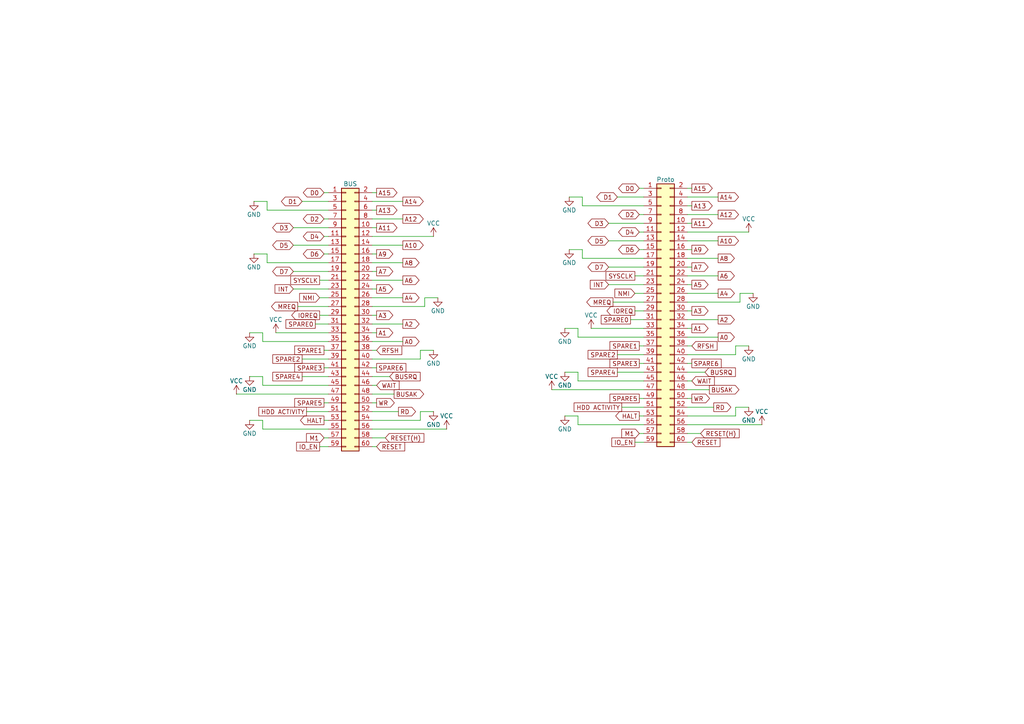
<source format=kicad_sch>
(kicad_sch (version 20231120) (generator "eeschema") (generator_version "8.0")
  (paper "A4")
  (title_block (title "Kludge Proto Board") (rev "1.0"))
  (lib_symbols
    (symbol "Connector_Generic:Conn_02x30_Odd_Even" (pin_names (offset 1.016) hide)
      (property "Reference" "J" (at 1.27 38.1 0))
      (property "Value" "Conn_02x30_Odd_Even" (at 1.27 -40.64 0))
      (symbol "Conn_02x30_Odd_Even_1_1"
        (rectangle (start -1.27 -37.973) (end 0 -38.227) (stroke (width 0.1524)))
        (rectangle (start -1.27 -35.433) (end 0 -35.687) (stroke (width 0.1524)))
        (rectangle (start -1.27 -32.893) (end 0 -33.147) (stroke (width 0.1524)))
        (rectangle (start -1.27 -30.353) (end 0 -30.607) (stroke (width 0.1524)))
        (rectangle (start -1.27 -27.813) (end 0 -28.067) (stroke (width 0.1524)))
        (rectangle (start -1.27 -25.273) (end 0 -25.527) (stroke (width 0.1524)))
        (rectangle (start -1.27 -22.733) (end 0 -22.987) (stroke (width 0.1524)))
        (rectangle (start -1.27 -20.193) (end 0 -20.447) (stroke (width 0.1524)))
        (rectangle (start -1.27 -17.653) (end 0 -17.907) (stroke (width 0.1524)))
        (rectangle (start -1.27 -15.113) (end 0 -15.367) (stroke (width 0.1524)))
        (rectangle (start -1.27 -12.573) (end 0 -12.827) (stroke (width 0.1524)))
        (rectangle (start -1.27 -10.033) (end 0 -10.287) (stroke (width 0.1524)))
        (rectangle (start -1.27 -7.493) (end 0 -7.747) (stroke (width 0.1524)))
        (rectangle (start -1.27 -4.953) (end 0 -5.207) (stroke (width 0.1524)))
        (rectangle (start -1.27 -2.413) (end 0 -2.667) (stroke (width 0.1524)))
        (rectangle (start -1.27 0.127) (end 0 -0.127) (stroke (width 0.1524)))
        (rectangle (start -1.27 2.667) (end 0 2.413) (stroke (width 0.1524)))
        (rectangle (start -1.27 5.207) (end 0 4.953) (stroke (width 0.1524)))
        (rectangle (start -1.27 7.747) (end 0 7.493) (stroke (width 0.1524)))
        (rectangle (start -1.27 10.287) (end 0 10.033) (stroke (width 0.1524)))
        (rectangle (start -1.27 12.827) (end 0 12.573) (stroke (width 0.1524)))
        (rectangle (start -1.27 15.367) (end 0 15.113) (stroke (width 0.1524)))
        (rectangle (start -1.27 17.907) (end 0 17.653) (stroke (width 0.1524)))
        (rectangle (start -1.27 20.447) (end 0 20.193) (stroke (width 0.1524)))
        (rectangle (start -1.27 22.987) (end 0 22.733) (stroke (width 0.1524)))
        (rectangle (start -1.27 25.527) (end 0 25.273) (stroke (width 0.1524)))
        (rectangle (start -1.27 28.067) (end 0 27.813) (stroke (width 0.1524)))
        (rectangle (start -1.27 30.607) (end 0 30.353) (stroke (width 0.1524)))
        (rectangle (start -1.27 33.147) (end 0 32.893) (stroke (width 0.1524)))
        (rectangle (start -1.27 35.687) (end 0 35.433) (stroke (width 0.1524)))
        (rectangle (start -1.27 36.83) (end 3.81 -39.37) (stroke (width 0.254)) (fill (type background)))
        (rectangle (start 3.81 -37.973) (end 2.54 -38.227) (stroke (width 0.1524)))
        (rectangle (start 3.81 -35.433) (end 2.54 -35.687) (stroke (width 0.1524)))
        (rectangle (start 3.81 -32.893) (end 2.54 -33.147) (stroke (width 0.1524)))
        (rectangle (start 3.81 -30.353) (end 2.54 -30.607) (stroke (width 0.1524)))
        (rectangle (start 3.81 -27.813) (end 2.54 -28.067) (stroke (width 0.1524)))
        (rectangle (start 3.81 -25.273) (end 2.54 -25.527) (stroke (width 0.1524)))
        (rectangle (start 3.81 -22.733) (end 2.54 -22.987) (stroke (width 0.1524)))
        (rectangle (start 3.81 -20.193) (end 2.54 -20.447) (stroke (width 0.1524)))
        (rectangle (start 3.81 -17.653) (end 2.54 -17.907) (stroke (width 0.1524)))
        (rectangle (start 3.81 -15.113) (end 2.54 -15.367) (stroke (width 0.1524)))
        (rectangle (start 3.81 -12.573) (end 2.54 -12.827) (stroke (width 0.1524)))
        (rectangle (start 3.81 -10.033) (end 2.54 -10.287) (stroke (width 0.1524)))
        (rectangle (start 3.81 -7.493) (end 2.54 -7.747) (stroke (width 0.1524)))
        (rectangle (start 3.81 -4.953) (end 2.54 -5.207) (stroke (width 0.1524)))
        (rectangle (start 3.81 -2.413) (end 2.54 -2.667) (stroke (width 0.1524)))
        (rectangle (start 3.81 0.127) (end 2.54 -0.127) (stroke (width 0.1524)))
        (rectangle (start 3.81 2.667) (end 2.54 2.413) (stroke (width 0.1524)))
        (rectangle (start 3.81 5.207) (end 2.54 4.953) (stroke (width 0.1524)))
        (rectangle (start 3.81 7.747) (end 2.54 7.493) (stroke (width 0.1524)))
        (rectangle (start 3.81 10.287) (end 2.54 10.033) (stroke (width 0.1524)))
        (rectangle (start 3.81 12.827) (end 2.54 12.573) (stroke (width 0.1524)))
        (rectangle (start 3.81 15.367) (end 2.54 15.113) (stroke (width 0.1524)))
        (rectangle (start 3.81 17.907) (end 2.54 17.653) (stroke (width 0.1524)))
        (rectangle (start 3.81 20.447) (end 2.54 20.193) (stroke (width 0.1524)))
        (rectangle (start 3.81 22.987) (end 2.54 22.733) (stroke (width 0.1524)))
        (rectangle (start 3.81 25.527) (end 2.54 25.273) (stroke (width 0.1524)))
        (rectangle (start 3.81 28.067) (end 2.54 27.813) (stroke (width 0.1524)))
        (rectangle (start 3.81 30.607) (end 2.54 30.353) (stroke (width 0.1524)))
        (rectangle (start 3.81 33.147) (end 2.54 32.893) (stroke (width 0.1524)))
        (rectangle (start 3.81 35.687) (end 2.54 35.433) (stroke (width 0.1524)))
        (pin passive line (at -5.08 35.56 0) (length 3.81) (name "Pin_1") (number "1"))
        (pin passive line (at 7.62 25.4 180) (length 3.81) (name "Pin_10") (number "10"))
        (pin passive line (at -5.08 22.86 0) (length 3.81) (name "Pin_11") (number "11"))
        (pin passive line (at 7.62 22.86 180) (length 3.81) (name "Pin_12") (number "12"))
        (pin passive line (at -5.08 20.32 0) (length 3.81) (name "Pin_13") (number "13"))
        (pin passive line (at 7.62 20.32 180) (length 3.81) (name "Pin_14") (number "14"))
        (pin passive line (at -5.08 17.78 0) (length 3.81) (name "Pin_15") (number "15"))
        (pin passive line (at 7.62 17.78 180) (length 3.81) (name "Pin_16") (number "16"))
        (pin passive line (at -5.08 15.24 0) (length 3.81) (name "Pin_17") (number "17"))
        (pin passive line (at 7.62 15.24 180) (length 3.81) (name "Pin_18") (number "18"))
        (pin passive line (at -5.08 12.7 0) (length 3.81) (name "Pin_19") (number "19"))
        (pin passive line (at 7.62 35.56 180) (length 3.81) (name "Pin_2") (number "2"))
        (pin passive line (at 7.62 12.7 180) (length 3.81) (name "Pin_20") (number "20"))
        (pin passive line (at -5.08 10.16 0) (length 3.81) (name "Pin_21") (number "21"))
        (pin passive line (at 7.62 10.16 180) (length 3.81) (name "Pin_22") (number "22"))
        (pin passive line (at -5.08 7.62 0) (length 3.81) (name "Pin_23") (number "23"))
        (pin passive line (at 7.62 7.62 180) (length 3.81) (name "Pin_24") (number "24"))
        (pin passive line (at -5.08 5.08 0) (length 3.81) (name "Pin_25") (number "25"))
        (pin passive line (at 7.62 5.08 180) (length 3.81) (name "Pin_26") (number "26"))
        (pin passive line (at -5.08 2.54 0) (length 3.81) (name "Pin_27") (number "27"))
        (pin passive line (at 7.62 2.54 180) (length 3.81) (name "Pin_28") (number "28"))
        (pin passive line (at -5.08 0 0) (length 3.81) (name "Pin_29") (number "29"))
        (pin passive line (at -5.08 33.02 0) (length 3.81) (name "Pin_3") (number "3"))
        (pin passive line (at 7.62 0 180) (length 3.81) (name "Pin_30") (number "30"))
        (pin passive line (at -5.08 -2.54 0) (length 3.81) (name "Pin_31") (number "31"))
        (pin passive line (at 7.62 -2.54 180) (length 3.81) (name "Pin_32") (number "32"))
        (pin passive line (at -5.08 -5.08 0) (length 3.81) (name "Pin_33") (number "33"))
        (pin passive line (at 7.62 -5.08 180) (length 3.81) (name "Pin_34") (number "34"))
        (pin passive line (at -5.08 -7.62 0) (length 3.81) (name "Pin_35") (number "35"))
        (pin passive line (at 7.62 -7.62 180) (length 3.81) (name "Pin_36") (number "36"))
        (pin passive line (at -5.08 -10.16 0) (length 3.81) (name "Pin_37") (number "37"))
        (pin passive line (at 7.62 -10.16 180) (length 3.81) (name "Pin_38") (number "38"))
        (pin passive line (at -5.08 -12.7 0) (length 3.81) (name "Pin_39") (number "39"))
        (pin passive line (at 7.62 33.02 180) (length 3.81) (name "Pin_4") (number "4"))
        (pin passive line (at 7.62 -12.7 180) (length 3.81) (name "Pin_40") (number "40"))
        (pin passive line (at -5.08 -15.24 0) (length 3.81) (name "Pin_41") (number "41"))
        (pin passive line (at 7.62 -15.24 180) (length 3.81) (name "Pin_42") (number "42"))
        (pin passive line (at -5.08 -17.78 0) (length 3.81) (name "Pin_43") (number "43"))
        (pin passive line (at 7.62 -17.78 180) (length 3.81) (name "Pin_44") (number "44"))
        (pin passive line (at -5.08 -20.32 0) (length 3.81) (name "Pin_45") (number "45"))
        (pin passive line (at 7.62 -20.32 180) (length 3.81) (name "Pin_46") (number "46"))
        (pin passive line (at -5.08 -22.86 0) (length 3.81) (name "Pin_47") (number "47"))
        (pin passive line (at 7.62 -22.86 180) (length 3.81) (name "Pin_48") (number "48"))
        (pin passive line (at -5.08 -25.4 0) (length 3.81) (name "Pin_49") (number "49"))
        (pin passive line (at -5.08 30.48 0) (length 3.81) (name "Pin_5") (number "5"))
        (pin passive line (at 7.62 -25.4 180) (length 3.81) (name "Pin_50") (number "50"))
        (pin passive line (at -5.08 -27.94 0) (length 3.81) (name "Pin_51") (number "51"))
        (pin passive line (at 7.62 -27.94 180) (length 3.81) (name "Pin_52") (number "52"))
        (pin passive line (at -5.08 -30.48 0) (length 3.81) (name "Pin_53") (number "53"))
        (pin passive line (at 7.62 -30.48 180) (length 3.81) (name "Pin_54") (number "54"))
        (pin passive line (at -5.08 -33.02 0) (length 3.81) (name "Pin_55") (number "55"))
        (pin passive line (at 7.62 -33.02 180) (length 3.81) (name "Pin_56") (number "56"))
        (pin passive line (at -5.08 -35.56 0) (length 3.81) (name "Pin_57") (number "57"))
        (pin passive line (at 7.62 -35.56 180) (length 3.81) (name "Pin_58") (number "58"))
        (pin passive line (at -5.08 -38.1 0) (length 3.81) (name "Pin_59") (number "59"))
        (pin passive line (at 7.62 30.48 180) (length 3.81) (name "Pin_6") (number "6"))
        (pin passive line (at 7.62 -38.1 180) (length 3.81) (name "Pin_60") (number "60"))
        (pin passive line (at -5.08 27.94 0) (length 3.81) (name "Pin_7") (number "7"))
        (pin passive line (at 7.62 27.94 180) (length 3.81) (name "Pin_8") (number "8"))
        (pin passive line (at -5.08 25.4 0) (length 3.81) (name "Pin_9") (number "9"))
      )
    )
    (symbol "GND_7" (power) (pin_numbers hide) (pin_names (offset 0) hide)
      (property "Value" "GND" (at 0 -3.81 0))
      (symbol "GND_7_0_1"
        (polyline (pts (xy 0 0) (xy 0 -1.27) (xy 1.27 -1.27) (xy 0 -2.54) (xy -1.27 -1.27) (xy 0 -1.27)))
      )
      (symbol "GND_7_1_1"
        (pin power_in line (at 0 0 270) (length 0) (name "~") (number "1"))
      )
    )
    (symbol "VCC_7" (power) (pin_numbers hide) (pin_names (offset 0) hide)
      (property "Value" "VCC" (at 0 3.556 0))
      (symbol "VCC_7_0_1"
        (polyline (pts (xy -0.762 1.27) (xy 0 2.54)))
        (polyline (pts (xy 0 0) (xy 0 2.54)))
        (polyline (pts (xy 0 2.54) (xy 0.762 1.27)))
      )
      (symbol "VCC_7_1_1"
        (pin power_in line (at 0 0 90) (length 0) (name "~") (number "1"))
      )
    )
  )
  (wire (pts (xy 186.69 102.87) (xy 179.07 102.87)))
  (wire (pts (xy 167.64 110.49) (xy 167.64 107.95)))
  (wire (pts (xy 107.95 129.54) (xy 109.22 129.54)))
  (wire (pts (xy 199.39 128.27) (xy 200.66 128.27)))
  (wire (pts (xy 186.69 67.31) (xy 185.42 67.31)))
  (wire (pts (xy 109.22 60.96) (xy 107.95 60.96)))
  (wire (pts (xy 76.2 111.76) (xy 95.25 111.76)))
  (wire (pts (xy 95.25 63.5) (xy 93.98 63.5)))
  (wire (pts (xy 109.22 83.82) (xy 107.95 83.82)))
  (wire (pts (xy 76.2 124.46) (xy 95.25 124.46)))
  (wire (pts (xy 167.64 110.49) (xy 186.69 110.49)))
  (wire (pts (xy 182.88 92.71) (xy 186.69 92.71)))
  (wire (pts (xy 184.15 128.27) (xy 186.69 128.27)))
  (wire (pts (xy 199.39 62.23) (xy 208.28 62.23)))
  (wire (pts (xy 109.22 91.44) (xy 107.95 91.44)))
  (wire (pts (xy 85.09 66.04) (xy 95.25 66.04)))
  (wire (pts (xy 167.64 95.25) (xy 163.83 95.25)))
  (wire (pts (xy 121.92 119.38) (xy 125.73 119.38)))
  (wire (pts (xy 109.22 73.66) (xy 107.95 73.66)))
  (wire (pts (xy 199.39 123.19) (xy 220.98 123.19)))
  (wire (pts (xy 121.92 101.6) (xy 125.73 101.6)))
  (wire (pts (xy 107.95 81.28) (xy 116.84 81.28)))
  (wire (pts (xy 160.02 113.03) (xy 186.69 113.03)))
  (wire (pts (xy 76.2 109.22) (xy 72.39 109.22)))
  (wire (pts (xy 77.47 60.96) (xy 77.47 58.42)))
  (wire (pts (xy 199.39 102.87) (xy 213.36 102.87)))
  (wire (pts (xy 76.2 121.92) (xy 72.39 121.92)))
  (wire (pts (xy 107.95 99.06) (xy 116.84 99.06)))
  (wire (pts (xy 179.07 57.15) (xy 186.69 57.15)))
  (wire (pts (xy 107.95 88.9) (xy 123.19 88.9)))
  (wire (pts (xy 186.69 87.63) (xy 177.8 87.63)))
  (wire (pts (xy 199.39 80.01) (xy 208.28 80.01)))
  (wire (pts (xy 93.98 121.92) (xy 95.25 121.92)))
  (wire (pts (xy 167.64 97.79) (xy 167.64 95.25)))
  (wire (pts (xy 199.39 107.95) (xy 204.47 107.95)))
  (wire (pts (xy 93.98 116.84) (xy 95.25 116.84)))
  (wire (pts (xy 107.95 93.98) (xy 116.84 93.98)))
  (wire (pts (xy 168.91 59.69) (xy 168.91 57.15)))
  (wire (pts (xy 167.64 120.65) (xy 163.83 120.65)))
  (wire (pts (xy 171.45 95.25) (xy 186.69 95.25)))
  (wire (pts (xy 167.64 97.79) (xy 186.69 97.79)))
  (wire (pts (xy 200.66 54.61) (xy 199.39 54.61)))
  (wire (pts (xy 107.95 86.36) (xy 116.84 86.36)))
  (wire (pts (xy 214.63 85.09) (xy 218.44 85.09)))
  (wire (pts (xy 123.19 88.9) (xy 123.19 86.36)))
  (wire (pts (xy 109.22 78.74) (xy 107.95 78.74)))
  (wire (pts (xy 95.25 83.82) (xy 85.09 83.82)))
  (wire (pts (xy 107.95 104.14) (xy 121.92 104.14)))
  (wire (pts (xy 200.66 77.47) (xy 199.39 77.47)))
  (wire (pts (xy 200.66 110.49) (xy 199.39 110.49)))
  (wire (pts (xy 88.9 119.38) (xy 95.25 119.38)))
  (wire (pts (xy 168.91 74.93) (xy 168.91 72.39)))
  (wire (pts (xy 199.39 87.63) (xy 214.63 87.63)))
  (wire (pts (xy 91.44 93.98) (xy 95.25 93.98)))
  (wire (pts (xy 200.66 105.41) (xy 199.39 105.41)))
  (wire (pts (xy 168.91 59.69) (xy 186.69 59.69)))
  (wire (pts (xy 80.01 96.52) (xy 95.25 96.52)))
  (wire (pts (xy 107.95 109.22) (xy 113.03 109.22)))
  (wire (pts (xy 176.53 64.77) (xy 186.69 64.77)))
  (wire (pts (xy 185.42 54.61) (xy 186.69 54.61)))
  (wire (pts (xy 213.36 102.87) (xy 213.36 100.33)))
  (wire (pts (xy 107.95 121.92) (xy 121.92 121.92)))
  (wire (pts (xy 95.25 88.9) (xy 86.36 88.9)))
  (wire (pts (xy 185.42 115.57) (xy 186.69 115.57)))
  (wire (pts (xy 168.91 72.39) (xy 165.1 72.39)))
  (wire (pts (xy 213.36 100.33) (xy 217.17 100.33)))
  (wire (pts (xy 180.34 118.11) (xy 186.69 118.11)))
  (wire (pts (xy 109.22 66.04) (xy 107.95 66.04)))
  (wire (pts (xy 109.22 106.68) (xy 107.95 106.68)))
  (wire (pts (xy 95.25 104.14) (xy 87.63 104.14)))
  (wire (pts (xy 214.63 87.63) (xy 214.63 85.09)))
  (wire (pts (xy 213.36 118.11) (xy 217.17 118.11)))
  (wire (pts (xy 107.95 114.3) (xy 114.3 114.3)))
  (wire (pts (xy 167.64 123.19) (xy 167.64 120.65)))
  (wire (pts (xy 167.64 123.19) (xy 186.69 123.19)))
  (wire (pts (xy 76.2 99.06) (xy 76.2 96.52)))
  (wire (pts (xy 176.53 69.85) (xy 186.69 69.85)))
  (wire (pts (xy 77.47 60.96) (xy 95.25 60.96)))
  (wire (pts (xy 109.22 116.84) (xy 107.95 116.84)))
  (wire (pts (xy 93.98 55.88) (xy 95.25 55.88)))
  (wire (pts (xy 93.98 101.6) (xy 95.25 101.6)))
  (wire (pts (xy 185.42 100.33) (xy 186.69 100.33)))
  (wire (pts (xy 199.39 67.31) (xy 217.17 67.31)))
  (wire (pts (xy 199.39 120.65) (xy 213.36 120.65)))
  (wire (pts (xy 85.09 71.12) (xy 95.25 71.12)))
  (wire (pts (xy 199.39 125.73) (xy 203.2 125.73)))
  (wire (pts (xy 176.53 77.47) (xy 186.69 77.47)))
  (wire (pts (xy 95.25 86.36) (xy 92.71 86.36)))
  (wire (pts (xy 200.66 115.57) (xy 199.39 115.57)))
  (wire (pts (xy 186.69 85.09) (xy 184.15 85.09)))
  (wire (pts (xy 93.98 106.68) (xy 95.25 106.68)))
  (wire (pts (xy 199.39 113.03) (xy 205.74 113.03)))
  (wire (pts (xy 107.95 68.58) (xy 125.73 68.58)))
  (wire (pts (xy 95.25 91.44) (xy 92.71 91.44)))
  (wire (pts (xy 77.47 76.2) (xy 95.25 76.2)))
  (wire (pts (xy 76.2 99.06) (xy 95.25 99.06)))
  (wire (pts (xy 199.39 100.33) (xy 200.66 100.33)))
  (wire (pts (xy 199.39 74.93) (xy 208.28 74.93)))
  (wire (pts (xy 107.95 127) (xy 111.76 127)))
  (wire (pts (xy 167.64 107.95) (xy 163.83 107.95)))
  (wire (pts (xy 76.2 124.46) (xy 76.2 121.92)))
  (wire (pts (xy 92.71 81.28) (xy 95.25 81.28)))
  (wire (pts (xy 121.92 104.14) (xy 121.92 101.6)))
  (wire (pts (xy 107.95 71.12) (xy 116.84 71.12)))
  (wire (pts (xy 186.69 90.17) (xy 184.15 90.17)))
  (wire (pts (xy 199.39 97.79) (xy 208.28 97.79)))
  (wire (pts (xy 95.25 127) (xy 93.98 127)))
  (wire (pts (xy 92.71 129.54) (xy 95.25 129.54)))
  (wire (pts (xy 185.42 120.65) (xy 186.69 120.65)))
  (wire (pts (xy 107.95 124.46) (xy 129.54 124.46)))
  (wire (pts (xy 85.09 78.74) (xy 95.25 78.74)))
  (wire (pts (xy 109.22 96.52) (xy 107.95 96.52)))
  (wire (pts (xy 95.25 68.58) (xy 93.98 68.58)))
  (wire (pts (xy 199.39 92.71) (xy 208.28 92.71)))
  (wire (pts (xy 186.69 62.23) (xy 185.42 62.23)))
  (wire (pts (xy 186.69 107.95) (xy 179.07 107.95)))
  (wire (pts (xy 199.39 69.85) (xy 208.28 69.85)))
  (wire (pts (xy 76.2 111.76) (xy 76.2 109.22)))
  (wire (pts (xy 213.36 120.65) (xy 213.36 118.11)))
  (wire (pts (xy 107.95 58.42) (xy 116.84 58.42)))
  (wire (pts (xy 77.47 58.42) (xy 73.66 58.42)))
  (wire (pts (xy 199.39 118.11) (xy 207.01 118.11)))
  (wire (pts (xy 200.66 90.17) (xy 199.39 90.17)))
  (wire (pts (xy 107.95 63.5) (xy 116.84 63.5)))
  (wire (pts (xy 77.47 73.66) (xy 73.66 73.66)))
  (wire (pts (xy 200.66 64.77) (xy 199.39 64.77)))
  (wire (pts (xy 186.69 125.73) (xy 185.42 125.73)))
  (wire (pts (xy 200.66 82.55) (xy 199.39 82.55)))
  (wire (pts (xy 199.39 57.15) (xy 208.28 57.15)))
  (wire (pts (xy 185.42 72.39) (xy 186.69 72.39)))
  (wire (pts (xy 68.58 114.3) (xy 95.25 114.3)))
  (wire (pts (xy 185.42 105.41) (xy 186.69 105.41)))
  (wire (pts (xy 200.66 72.39) (xy 199.39 72.39)))
  (wire (pts (xy 109.22 111.76) (xy 107.95 111.76)))
  (wire (pts (xy 168.91 57.15) (xy 165.1 57.15)))
  (wire (pts (xy 76.2 96.52) (xy 72.39 96.52)))
  (wire (pts (xy 168.91 74.93) (xy 186.69 74.93)))
  (wire (pts (xy 200.66 95.25) (xy 199.39 95.25)))
  (wire (pts (xy 107.95 119.38) (xy 115.57 119.38)))
  (wire (pts (xy 123.19 86.36) (xy 127 86.36)))
  (wire (pts (xy 109.22 55.88) (xy 107.95 55.88)))
  (wire (pts (xy 186.69 82.55) (xy 176.53 82.55)))
  (wire (pts (xy 107.95 101.6) (xy 109.22 101.6)))
  (wire (pts (xy 121.92 121.92) (xy 121.92 119.38)))
  (wire (pts (xy 184.15 80.01) (xy 186.69 80.01)))
  (wire (pts (xy 77.47 76.2) (xy 77.47 73.66)))
  (wire (pts (xy 107.95 76.2) (xy 116.84 76.2)))
  (wire (pts (xy 200.66 59.69) (xy 199.39 59.69)))
  (wire (pts (xy 93.98 73.66) (xy 95.25 73.66)))
  (wire (pts (xy 87.63 58.42) (xy 95.25 58.42)))
  (wire (pts (xy 199.39 85.09) (xy 208.28 85.09)))
  (wire (pts (xy 95.25 109.22) (xy 87.63 109.22)))
  (global_label "D7" (shape bidirectional) (at 85.09 78.74 180) (property "Intersheetrefs" "${INTERSHEET_REFS}" (effects (hide yes))))
  (global_label "A11" (shape output) (at 200.66 64.77 0) (property "Intersheetrefs" "${INTERSHEET_REFS}" (effects (hide yes))))
  (global_label "IO_EN" (shape passive) (at 92.71 129.54 180) (property "Intersheetrefs" "${INTERSHEET_REFS}" (effects (hide yes))))
  (global_label "A4" (shape output) (at 208.28 85.09 0) (property "Intersheetrefs" "${INTERSHEET_REFS}" (effects (hide yes))))
  (global_label "INT" (shape input) (at 85.09 83.82 180) (property "Intersheetrefs" "${INTERSHEET_REFS}" (effects (hide yes))))
  (global_label "A5" (shape output) (at 109.22 83.82 0) (property "Intersheetrefs" "${INTERSHEET_REFS}" (effects (hide yes))))
  (global_label "BUSAK" (shape output) (at 205.74 113.03 0) (property "Intersheetrefs" "${INTERSHEET_REFS}" (effects (hide yes))))
  (global_label "HALT" (shape output) (at 93.98 121.92 180) (property "Intersheetrefs" "${INTERSHEET_REFS}" (effects (hide yes))))
  (global_label "A13" (shape output) (at 109.22 60.96 0) (property "Intersheetrefs" "${INTERSHEET_REFS}" (effects (hide yes))))
  (global_label "IO_EN" (shape passive) (at 184.15 128.27 180) (property "Intersheetrefs" "${INTERSHEET_REFS}" (effects (hide yes))))
  (global_label "HALT" (shape output) (at 185.42 120.65 180) (property "Intersheetrefs" "${INTERSHEET_REFS}" (effects (hide yes))))
  (global_label "M1" (shape input) (at 93.98 127 180) (property "Intersheetrefs" "${INTERSHEET_REFS}" (effects (hide yes))))
  (global_label "IOREQ" (shape output) (at 92.71 91.44 180) (property "Intersheetrefs" "${INTERSHEET_REFS}" (effects (hide yes))))
  (global_label "A1" (shape output) (at 109.22 96.52 0) (property "Intersheetrefs" "${INTERSHEET_REFS}" (effects (hide yes))))
  (global_label "SPARE1" (shape passive) (at 185.42 100.33 180) (property "Intersheetrefs" "${INTERSHEET_REFS}" (effects (hide yes))))
  (global_label "A15" (shape output) (at 109.22 55.88 0) (property "Intersheetrefs" "${INTERSHEET_REFS}" (effects (hide yes))))
  (global_label "SYSCLK" (shape passive) (at 92.71 81.28 180) (property "Intersheetrefs" "${INTERSHEET_REFS}" (effects (hide yes))))
  (global_label "SPARE0" (shape passive) (at 91.44 93.98 180) (property "Intersheetrefs" "${INTERSHEET_REFS}" (effects (hide yes))))
  (global_label "SPARE2" (shape passive) (at 87.63 104.14 180) (property "Intersheetrefs" "${INTERSHEET_REFS}" (effects (hide yes))))
  (global_label "RD" (shape output) (at 207.01 118.11 0) (property "Intersheetrefs" "${INTERSHEET_REFS}" (effects (hide yes))))
  (global_label "RESET(H)" (shape input) (at 111.76 127 0) (property "Intersheetrefs" "${INTERSHEET_REFS}" (effects (hide yes))))
  (global_label "RFSH" (shape input) (at 109.22 101.6 0) (property "Intersheetrefs" "${INTERSHEET_REFS}" (effects (hide yes))))
  (global_label "SPARE3" (shape passive) (at 93.98 106.68 180) (property "Intersheetrefs" "${INTERSHEET_REFS}" (effects (hide yes))))
  (global_label "A11" (shape output) (at 109.22 66.04 0) (property "Intersheetrefs" "${INTERSHEET_REFS}" (effects (hide yes))))
  (global_label "D1" (shape bidirectional) (at 179.07 57.15 180) (property "Intersheetrefs" "${INTERSHEET_REFS}" (effects (hide yes))))
  (global_label "A13" (shape output) (at 200.66 59.69 0) (property "Intersheetrefs" "${INTERSHEET_REFS}" (effects (hide yes))))
  (global_label "A5" (shape output) (at 200.66 82.55 0) (property "Intersheetrefs" "${INTERSHEET_REFS}" (effects (hide yes))))
  (global_label "A0" (shape output) (at 116.84 99.06 0) (property "Intersheetrefs" "${INTERSHEET_REFS}" (effects (hide yes))))
  (global_label "HDD ACTIVITY" (shape passive) (at 180.34 118.11 180) (property "Intersheetrefs" "${INTERSHEET_REFS}" (effects (hide yes))))
  (global_label "RFSH" (shape input) (at 200.66 100.33 0) (property "Intersheetrefs" "${INTERSHEET_REFS}" (effects (hide yes))))
  (global_label "WAIT" (shape input) (at 109.22 111.76 0) (property "Intersheetrefs" "${INTERSHEET_REFS}" (effects (hide yes))))
  (global_label "A4" (shape output) (at 116.84 86.36 0) (property "Intersheetrefs" "${INTERSHEET_REFS}" (effects (hide yes))))
  (global_label "A3" (shape output) (at 200.66 90.17 0) (property "Intersheetrefs" "${INTERSHEET_REFS}" (effects (hide yes))))
  (global_label "D4" (shape bidirectional) (at 93.98 68.58 180) (property "Intersheetrefs" "${INTERSHEET_REFS}" (effects (hide yes))))
  (global_label "SPARE0" (shape passive) (at 182.88 92.71 180) (property "Intersheetrefs" "${INTERSHEET_REFS}" (effects (hide yes))))
  (global_label "MREQ" (shape output) (at 86.36 88.9 180) (property "Intersheetrefs" "${INTERSHEET_REFS}" (effects (hide yes))))
  (global_label "A15" (shape output) (at 200.66 54.61 0) (property "Intersheetrefs" "${INTERSHEET_REFS}" (effects (hide yes))))
  (global_label "A0" (shape output) (at 208.28 97.79 0) (property "Intersheetrefs" "${INTERSHEET_REFS}" (effects (hide yes))))
  (global_label "D2" (shape bidirectional) (at 185.42 62.23 180) (property "Intersheetrefs" "${INTERSHEET_REFS}" (effects (hide yes))))
  (global_label "SPARE6" (shape passive) (at 200.66 105.41 0) (property "Intersheetrefs" "${INTERSHEET_REFS}" (effects (hide yes))))
  (global_label "SPARE5" (shape passive) (at 185.42 115.57 180) (property "Intersheetrefs" "${INTERSHEET_REFS}" (effects (hide yes))))
  (global_label "D3" (shape bidirectional) (at 85.09 66.04 180) (property "Intersheetrefs" "${INTERSHEET_REFS}" (effects (hide yes))))
  (global_label "D6" (shape bidirectional) (at 93.98 73.66 180) (property "Intersheetrefs" "${INTERSHEET_REFS}" (effects (hide yes))))
  (global_label "A8" (shape output) (at 116.84 76.2 0) (property "Intersheetrefs" "${INTERSHEET_REFS}" (effects (hide yes))))
  (global_label "WR" (shape output) (at 109.22 116.84 0) (property "Intersheetrefs" "${INTERSHEET_REFS}" (effects (hide yes))))
  (global_label "WAIT" (shape input) (at 200.66 110.49 0) (property "Intersheetrefs" "${INTERSHEET_REFS}" (effects (hide yes))))
  (global_label "NMI" (shape input) (at 184.15 85.09 180) (property "Intersheetrefs" "${INTERSHEET_REFS}" (effects (hide yes))))
  (global_label "A14" (shape output) (at 116.84 58.42 0) (property "Intersheetrefs" "${INTERSHEET_REFS}" (effects (hide yes))))
  (global_label "A2" (shape output) (at 116.84 93.98 0) (property "Intersheetrefs" "${INTERSHEET_REFS}" (effects (hide yes))))
  (global_label "A9" (shape output) (at 200.66 72.39 0) (property "Intersheetrefs" "${INTERSHEET_REFS}" (effects (hide yes))))
  (global_label "D2" (shape bidirectional) (at 93.98 63.5 180) (property "Intersheetrefs" "${INTERSHEET_REFS}" (effects (hide yes))))
  (global_label "D7" (shape bidirectional) (at 176.53 77.47 180) (property "Intersheetrefs" "${INTERSHEET_REFS}" (effects (hide yes))))
  (global_label "A6" (shape output) (at 116.84 81.28 0) (property "Intersheetrefs" "${INTERSHEET_REFS}" (effects (hide yes))))
  (global_label "A6" (shape output) (at 208.28 80.01 0) (property "Intersheetrefs" "${INTERSHEET_REFS}" (effects (hide yes))))
  (global_label "A2" (shape output) (at 208.28 92.71 0) (property "Intersheetrefs" "${INTERSHEET_REFS}" (effects (hide yes))))
  (global_label "A1" (shape output) (at 200.66 95.25 0) (property "Intersheetrefs" "${INTERSHEET_REFS}" (effects (hide yes))))
  (global_label "SPARE6" (shape passive) (at 109.22 106.68 0) (property "Intersheetrefs" "${INTERSHEET_REFS}" (effects (hide yes))))
  (global_label "A3" (shape output) (at 109.22 91.44 0) (property "Intersheetrefs" "${INTERSHEET_REFS}" (effects (hide yes))))
  (global_label "RESET" (shape input) (at 109.22 129.54 0) (property "Intersheetrefs" "${INTERSHEET_REFS}" (effects (hide yes))))
  (global_label "SPARE3" (shape passive) (at 185.42 105.41 180) (property "Intersheetrefs" "${INTERSHEET_REFS}" (effects (hide yes))))
  (global_label "D6" (shape bidirectional) (at 185.42 72.39 180) (property "Intersheetrefs" "${INTERSHEET_REFS}" (effects (hide yes))))
  (global_label "SPARE5" (shape passive) (at 93.98 116.84 180) (property "Intersheetrefs" "${INTERSHEET_REFS}" (effects (hide yes))))
  (global_label "A10" (shape output) (at 116.84 71.12 0) (property "Intersheetrefs" "${INTERSHEET_REFS}" (effects (hide yes))))
  (global_label "SYSCLK" (shape passive) (at 184.15 80.01 180) (property "Intersheetrefs" "${INTERSHEET_REFS}" (effects (hide yes))))
  (global_label "SPARE4" (shape passive) (at 87.63 109.22 180) (property "Intersheetrefs" "${INTERSHEET_REFS}" (effects (hide yes))))
  (global_label "INT" (shape input) (at 176.53 82.55 180) (property "Intersheetrefs" "${INTERSHEET_REFS}" (effects (hide yes))))
  (global_label "A7" (shape output) (at 200.66 77.47 0) (property "Intersheetrefs" "${INTERSHEET_REFS}" (effects (hide yes))))
  (global_label "HDD ACTIVITY" (shape passive) (at 88.9 119.38 180) (property "Intersheetrefs" "${INTERSHEET_REFS}" (effects (hide yes))))
  (global_label "BUSRQ" (shape input) (at 204.47 107.95 0) (property "Intersheetrefs" "${INTERSHEET_REFS}" (effects (hide yes))))
  (global_label "D5" (shape bidirectional) (at 85.09 71.12 180) (property "Intersheetrefs" "${INTERSHEET_REFS}" (effects (hide yes))))
  (global_label "WR" (shape output) (at 200.66 115.57 0) (property "Intersheetrefs" "${INTERSHEET_REFS}" (effects (hide yes))))
  (global_label "BUSAK" (shape output) (at 114.3 114.3 0) (property "Intersheetrefs" "${INTERSHEET_REFS}" (effects (hide yes))))
  (global_label "NMI" (shape input) (at 92.71 86.36 180) (property "Intersheetrefs" "${INTERSHEET_REFS}" (effects (hide yes))))
  (global_label "BUSRQ" (shape input) (at 113.03 109.22 0) (property "Intersheetrefs" "${INTERSHEET_REFS}" (effects (hide yes))))
  (global_label "SPARE1" (shape passive) (at 93.98 101.6 180) (property "Intersheetrefs" "${INTERSHEET_REFS}" (effects (hide yes))))
  (global_label "A9" (shape output) (at 109.22 73.66 0) (property "Intersheetrefs" "${INTERSHEET_REFS}" (effects (hide yes))))
  (global_label "A12" (shape output) (at 116.84 63.5 0) (property "Intersheetrefs" "${INTERSHEET_REFS}" (effects (hide yes))))
  (global_label "RESET(H)" (shape input) (at 203.2 125.73 0) (property "Intersheetrefs" "${INTERSHEET_REFS}" (effects (hide yes))))
  (global_label "SPARE4" (shape passive) (at 179.07 107.95 180) (property "Intersheetrefs" "${INTERSHEET_REFS}" (effects (hide yes))))
  (global_label "A10" (shape output) (at 208.28 69.85 0) (property "Intersheetrefs" "${INTERSHEET_REFS}" (effects (hide yes))))
  (global_label "RD" (shape output) (at 115.57 119.38 0) (property "Intersheetrefs" "${INTERSHEET_REFS}" (effects (hide yes))))
  (global_label "D4" (shape bidirectional) (at 185.42 67.31 180) (property "Intersheetrefs" "${INTERSHEET_REFS}" (effects (hide yes))))
  (global_label "A8" (shape output) (at 208.28 74.93 0) (property "Intersheetrefs" "${INTERSHEET_REFS}" (effects (hide yes))))
  (global_label "RESET" (shape input) (at 200.66 128.27 0) (property "Intersheetrefs" "${INTERSHEET_REFS}" (effects (hide yes))))
  (global_label "D0" (shape bidirectional) (at 185.42 54.61 180) (property "Intersheetrefs" "${INTERSHEET_REFS}" (effects (hide yes))))
  (global_label "D0" (shape bidirectional) (at 93.98 55.88 180) (property "Intersheetrefs" "${INTERSHEET_REFS}" (effects (hide yes))))
  (global_label "A14" (shape output) (at 208.28 57.15 0) (property "Intersheetrefs" "${INTERSHEET_REFS}" (effects (hide yes))))
  (global_label "M1" (shape input) (at 185.42 125.73 180) (property "Intersheetrefs" "${INTERSHEET_REFS}" (effects (hide yes))))
  (global_label "IOREQ" (shape output) (at 184.15 90.17 180) (property "Intersheetrefs" "${INTERSHEET_REFS}" (effects (hide yes))))
  (global_label "MREQ" (shape output) (at 177.8 87.63 180) (property "Intersheetrefs" "${INTERSHEET_REFS}" (effects (hide yes))))
  (global_label "D3" (shape bidirectional) (at 176.53 64.77 180) (property "Intersheetrefs" "${INTERSHEET_REFS}" (effects (hide yes))))
  (global_label "D5" (shape bidirectional) (at 176.53 69.85 180) (property "Intersheetrefs" "${INTERSHEET_REFS}" (effects (hide yes))))
  (global_label "D1" (shape bidirectional) (at 87.63 58.42 180) (property "Intersheetrefs" "${INTERSHEET_REFS}" (effects (hide yes))))
  (global_label "SPARE2" (shape passive) (at 179.07 102.87 180) (property "Intersheetrefs" "${INTERSHEET_REFS}" (effects (hide yes))))
  (global_label "A7" (shape output) (at 109.22 78.74 0) (property "Intersheetrefs" "${INTERSHEET_REFS}" (effects (hide yes))))
  (global_label "A12" (shape output) (at 208.28 62.23 0) (property "Intersheetrefs" "${INTERSHEET_REFS}" (effects (hide yes))))
  (symbol (lib_name "GND_7") (lib_id "power:GND") (at 73.66 73.66 0) (unit 1)
    (property "Reference" "#PWR06" (effects (hide yes)))
    (property "Value" "GND" (at 73.66 77.47 0))
    (property "Description" "Power symbol creates a global label with name \"GND\" , ground" (effects (hide yes)))
  )
  (symbol (lib_name "GND_7") (lib_id "power:GND") (at 125.73 101.6 0) (mirror y) (unit 1)
    (property "Reference" "#PWR09" (effects (hide yes)))
    (property "Value" "GND" (at 125.73 105.41 0))
    (property "Description" "Power symbol creates a global label with name \"GND\" , ground" (effects (hide yes)))
  )
  (symbol (lib_name "VCC_7") (lib_id "power:VCC") (at 125.73 68.58 0) (mirror y) (unit 1)
    (property "Reference" "#PWR08" (effects (hide yes)))
    (property "Value" "VCC" (at 125.73 64.77 0))
    (property "Description" "Power symbol creates a global label with name \"VCC\"" (effects (hide yes)))
  )
  (symbol (lib_name "VCC_7") (lib_id "power:VCC") (at 171.45 95.25 0) (unit 1)
    (property "Reference" "#PWR019" (effects (hide yes)))
    (property "Value" "VCC" (at 171.45 91.44 0))
    (property "Description" "Power symbol creates a global label with name \"VCC\"" (effects (hide yes)))
  )
  (symbol (lib_name "VCC_7") (lib_id "power:VCC") (at 220.98 123.19 0) (mirror y) (unit 1)
    (property "Reference" "#PWR024" (effects (hide yes)))
    (property "Value" "VCC" (at 220.98 119.38 0))
    (property "Description" "Power symbol creates a global label with name \"VCC\"" (effects (hide yes)))
  )
  (symbol (lib_name "GND_7") (lib_id "power:GND") (at 72.39 96.52 0) (unit 1)
    (property "Reference" "#PWR02" (effects (hide yes)))
    (property "Value" "GND" (at 72.39 100.33 0))
    (property "Description" "Power symbol creates a global label with name \"GND\" , ground" (effects (hide yes)))
  )
  (symbol (lib_name "GND_7") (lib_id "power:GND") (at 125.73 119.38 0) (mirror y) (unit 1)
    (property "Reference" "#PWR010" (effects (hide yes)))
    (property "Value" "GND" (at 125.73 123.19 0))
    (property "Description" "Power symbol creates a global label with name \"GND\" , ground" (effects (hide yes)))
  )
  (symbol (lib_name "GND_7") (lib_id "power:GND") (at 163.83 95.25 0) (unit 1)
    (property "Reference" "#PWR014" (effects (hide yes)))
    (property "Value" "GND" (at 163.83 99.06 0))
    (property "Description" "Power symbol creates a global label with name \"GND\" , ground" (effects (hide yes)))
  )
  (symbol (lib_name "VCC_7") (lib_id "power:VCC") (at 80.01 96.52 0) (unit 1)
    (property "Reference" "#PWR07" (effects (hide yes)))
    (property "Value" "VCC" (at 80.01 92.71 0))
    (property "Description" "Power symbol creates a global label with name \"VCC\"" (effects (hide yes)))
  )
  (symbol (lib_name "GND_7") (lib_id "power:GND") (at 165.1 57.15 0) (unit 1)
    (property "Reference" "#PWR017" (effects (hide yes)))
    (property "Value" "GND" (at 165.1 60.96 0))
    (property "Description" "Power symbol creates a global label with name \"GND\" , ground" (effects (hide yes)))
  )
  (symbol (lib_name "GND_7") (lib_id "power:GND") (at 217.17 100.33 0) (mirror y) (unit 1)
    (property "Reference" "#PWR021" (effects (hide yes)))
    (property "Value" "GND" (at 217.17 104.14 0))
    (property "Description" "Power symbol creates a global label with name \"GND\" , ground" (effects (hide yes)))
  )
  (symbol (lib_name "VCC_7") (lib_id "power:VCC") (at 160.02 113.03 0) (unit 1)
    (property "Reference" "#PWR013" (effects (hide yes)))
    (property "Value" "VCC" (at 160.02 109.22 0))
    (property "Description" "Power symbol creates a global label with name \"VCC\"" (effects (hide yes)))
  )
  (symbol (lib_name "GND_7") (lib_id "power:GND") (at 72.39 121.92 0) (unit 1)
    (property "Reference" "#PWR04" (effects (hide yes)))
    (property "Value" "GND" (at 72.39 125.73 0))
    (property "Description" "Power symbol creates a global label with name \"GND\" , ground" (effects (hide yes)))
  )
  (symbol (lib_name "GND_7") (lib_id "power:GND") (at 127 86.36 0) (mirror y) (unit 1)
    (property "Reference" "#PWR011" (effects (hide yes)))
    (property "Value" "GND" (at 127 90.17 0))
    (property "Description" "Power symbol creates a global label with name \"GND\" , ground" (effects (hide yes)))
  )
  (symbol (lib_id "Connector_Generic:Conn_02x30_Odd_Even") (at 100.33 91.44 0) (unit 1)
    (property "Reference" "J1" (effects (hide yes)))
    (property "Value" "BUS" (at 101.6 53.34 0))
    (property "Footprint" "Connector_PinHeader_2.54mm:PinHeader_2x30_P2.54mm_Vertical" (effects (hide yes)))
    (property "Description" "Generic connector, double row, 02x30, odd/even pin numbering scheme (row 1 odd numbers, row 2 even numbers), script generated (kicad-library-utils/schlib/autogen/connector/)" (effects (hide yes)))
  )
  (symbol (lib_name "GND_7") (lib_id "power:GND") (at 163.83 120.65 0) (unit 1)
    (property "Reference" "#PWR016" (effects (hide yes)))
    (property "Value" "GND" (at 163.83 124.46 0))
    (property "Description" "Power symbol creates a global label with name \"GND\" , ground" (effects (hide yes)))
  )
  (symbol (lib_name "GND_7") (lib_id "power:GND") (at 72.39 109.22 0) (unit 1)
    (property "Reference" "#PWR03" (effects (hide yes)))
    (property "Value" "GND" (at 72.39 113.03 0))
    (property "Description" "Power symbol creates a global label with name \"GND\" , ground" (effects (hide yes)))
  )
  (symbol (lib_name "VCC_7") (lib_id "power:VCC") (at 129.54 124.46 0) (mirror y) (unit 1)
    (property "Reference" "#PWR012" (effects (hide yes)))
    (property "Value" "VCC" (at 129.54 120.65 0))
    (property "Description" "Power symbol creates a global label with name \"VCC\"" (effects (hide yes)))
  )
  (symbol (lib_id "Connector_Generic:Conn_02x30_Odd_Even") (at 191.77 90.17 0) (unit 1)
    (property "Reference" "J2" (effects (hide yes)))
    (property "Value" "Proto" (at 193.04 52.07 0))
    (property "Footprint" "Connector_PinHeader_2.54mm:PinHeader_2x30_P2.54mm_Vertical" (effects (hide yes)))
    (property "Description" "Generic connector, double row, 02x30, odd/even pin numbering scheme (row 1 odd numbers, row 2 even numbers), script generated (kicad-library-utils/schlib/autogen/connector/)" (effects (hide yes)))
  )
  (symbol (lib_name "GND_7") (lib_id "power:GND") (at 165.1 72.39 0) (unit 1)
    (property "Reference" "#PWR018" (effects (hide yes)))
    (property "Value" "GND" (at 165.1 76.2 0))
    (property "Description" "Power symbol creates a global label with name \"GND\" , ground" (effects (hide yes)))
  )
  (symbol (lib_name "VCC_7") (lib_id "power:VCC") (at 217.17 67.31 0) (mirror y) (unit 1)
    (property "Reference" "#PWR020" (effects (hide yes)))
    (property "Value" "VCC" (at 217.17 63.5 0))
    (property "Description" "Power symbol creates a global label with name \"VCC\"" (effects (hide yes)))
  )
  (symbol (lib_name "GND_7") (lib_id "power:GND") (at 73.66 58.42 0) (unit 1)
    (property "Reference" "#PWR05" (effects (hide yes)))
    (property "Value" "GND" (at 73.66 62.23 0))
    (property "Description" "Power symbol creates a global label with name \"GND\" , ground" (effects (hide yes)))
  )
  (symbol (lib_name "GND_7") (lib_id "power:GND") (at 218.44 85.09 0) (mirror y) (unit 1)
    (property "Reference" "#PWR023" (effects (hide yes)))
    (property "Value" "GND" (at 218.44 88.9 0))
    (property "Description" "Power symbol creates a global label with name \"GND\" , ground" (effects (hide yes)))
  )
  (symbol (lib_name "GND_7") (lib_id "power:GND") (at 217.17 118.11 0) (mirror y) (unit 1)
    (property "Reference" "#PWR022" (effects (hide yes)))
    (property "Value" "GND" (at 217.17 121.92 0))
    (property "Description" "Power symbol creates a global label with name \"GND\" , ground" (effects (hide yes)))
  )
  (symbol (lib_name "GND_7") (lib_id "power:GND") (at 163.83 107.95 0) (unit 1)
    (property "Reference" "#PWR015" (effects (hide yes)))
    (property "Value" "GND" (at 163.83 111.76 0))
    (property "Description" "Power symbol creates a global label with name \"GND\" , ground" (effects (hide yes)))
  )
  (symbol (lib_name "VCC_7") (lib_id "power:VCC") (at 68.58 114.3 0) (unit 1)
    (property "Reference" "#PWR01" (effects (hide yes)))
    (property "Value" "VCC" (at 68.58 110.49 0))
    (property "Description" "Power symbol creates a global label with name \"VCC\"" (effects (hide yes)))
  )
)
</source>
